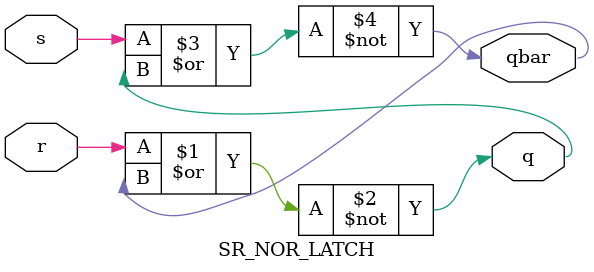
<source format=v>
`timescale 1ns / 1ps

module SR_NOR_LATCH(
 input s,r,
    output q,qbar
    );
    nor a1(q,r,qbar);
    nor a2(qbar,s,q);
endmodule
</source>
